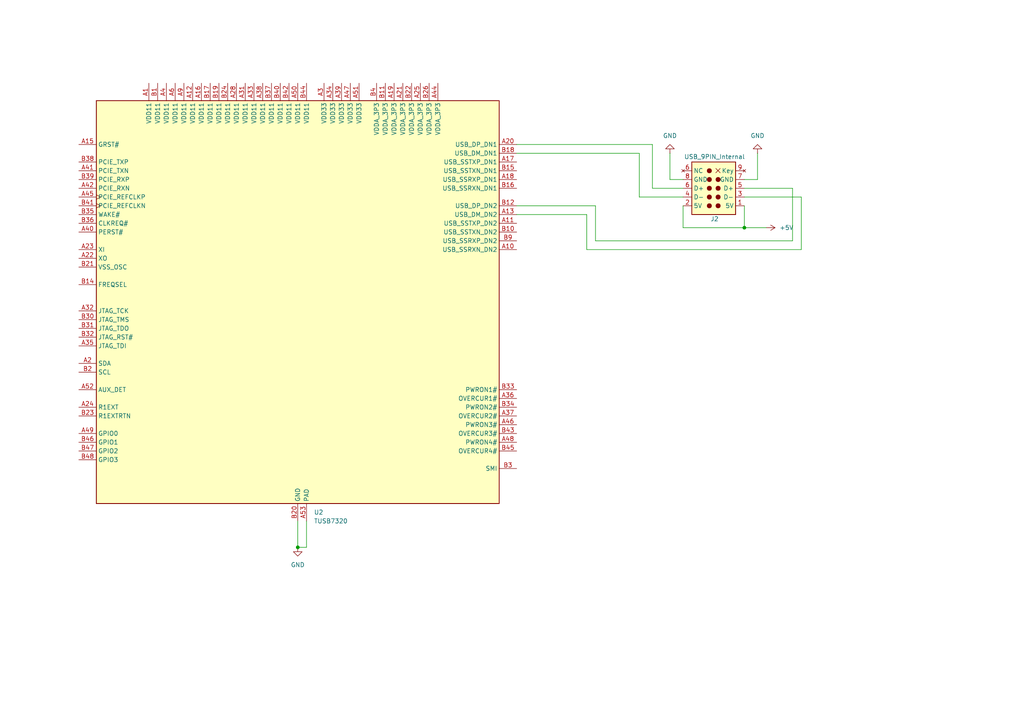
<source format=kicad_sch>
(kicad_sch (version 20250114) (generator "eeschema") (generator_version "9.0")
  (paper "A4")
  (title_block (title "PCI2USB") (date "2025-10-13") (rev "1.0.0") (company "3mdeb Sp. z o.o") (comment 1 "Signals") (comment 2 "Jakub Sobota"))
  (lib_symbols
    (symbol "Connectors:USB_9PIN_Internal" (in_bom no)
      (property "Reference" "J" (at 3.302 9.144 0))
      (property "Value" "USB_9PIN_Internal" (at 3.81 -9.906 0))
      (symbol "USB_9PIN_Internal_0_1"
        (polyline (pts (xy 1.9372 -4.4906) (xy 3.2072 -5.7606)))
        (polyline (pts (xy 1.9372 -5.7606) (xy 3.2072 -4.4906)))
      )
      (symbol "USB_9PIN_Internal_1_1"
        (rectangle (start -2.54 7.62) (end 10.16 -7.62) (stroke (width 0.254)) (fill (type background)))
        (circle (center 2.54 5.08) (radius 0.635) (fill (type outline)))
        (circle (center 2.54 2.54) (radius 0.635) (fill (type outline)))
        (circle (center 2.54 0) (radius 0.635) (fill (type outline)))
        (circle (center 2.54 -2.54) (radius 0.635) (fill (type outline)))
        (circle (center 5.08 5.08) (radius 0.635) (fill (type outline)))
        (circle (center 5.08 2.54) (radius 0.635) (fill (type outline)))
        (circle (center 5.08 0) (radius 0.635) (fill (type outline)))
        (circle (center 5.08 -2.54) (radius 0.635) (fill (type outline)))
        (circle (center 5.08 -5.08) (radius 0.635) (fill (type outline)))
        (pin power_in line (at -5.08 5.08 0) (length 2.54) (name "5V") (number "1"))
        (pin bidirectional line (at -5.08 2.54 0) (length 2.54) (name "D-") (number "3"))
        (pin bidirectional line (at -5.08 0 0) (length 2.54) (name "D+") (number "5"))
        (pin power_in line (at -5.08 -2.54 0) (length 2.54) (name "GND") (number "7"))
        (pin no_connect line (at -5.08 -5.08 0) (length 2.54) (name "Key") (number "9"))
        (pin passive line (at 12.7 5.08 180) (length 2.54) (name "5V") (number "2"))
        (pin bidirectional line (at 12.7 2.54 180) (length 2.54) (name "D-") (number "4"))
        (pin bidirectional line (at 12.7 0 180) (length 2.54) (name "D+") (number "6"))
        (pin power_in line (at 12.7 -2.54 180) (length 2.54) (name "GND") (number "8"))
        (pin no_connect line (at 12.7 -5.08 180) (length 2.54) (name "NC") (number "6"))
      )
    )
    (symbol "TUSB7320:TUSB7320"
      (property "Reference" "U2" (at 14.8433 -60.96 0))
      (property "Value" "TUSB7320" (at 14.8433 -63.5 0))
      (symbol "TUSB7320_0_1"
        (rectangle (start -58.42 58.42) (end 58.42 -58.42) (stroke (width 0.254)) (fill (type background)))
      )
      (symbol "TUSB7320_1_1"
        (pin input line (at -63.5 45.72 0) (length 5.08) (name "GRST#") (number "A15"))
        (pin output line (at -63.5 40.64 0) (length 5.08) (name "PCIE_TXP") (number "B38"))
        (pin output line (at -63.5 38.1 0) (length 5.08) (name "PCIE_TXN") (number "A41"))
        (pin input line (at -63.5 35.56 0) (length 5.08) (name "PCIE_RXP") (number "B39"))
        (pin input line (at -63.5 33.02 0) (length 5.08) (name "PCIE_RXN") (number "A42"))
        (pin input clock (at -63.5 30.48 0) (length 5.08) (name "PCIE_REFCLKP") (number "A45"))
        (pin input clock (at -63.5 27.94 0) (length 5.08) (name "PCIE_REFCLKN") (number "B41"))
        (pin output line (at -63.5 25.4 0) (length 5.08) (name "WAKE#") (number "B35"))
        (pin input line (at -63.5 22.86 0) (length 5.08) (name "CLKREQ#") (number "B36"))
        (pin input line (at -63.5 20.32 0) (length 5.08) (name "PERST#") (number "A40"))
        (pin input line (at -63.5 15.24 0) (length 5.08) (name "XI") (number "A23"))
        (pin output line (at -63.5 12.7 0) (length 5.08) (name "XO") (number "A22"))
        (pin input line (at -63.5 10.16 0) (length 5.08) (name "VSS_OSC") (number "B21"))
        (pin input line (at -63.5 5.08 0) (length 5.08) (name "FREQSEL") (number "B14"))
        (pin input line (at -63.5 -2.54 0) (length 5.08) (name "JTAG_TCK") (number "A32"))
        (pin input line (at -63.5 -5.08 0) (length 5.08) (name "JTAG_TMS") (number "B30"))
        (pin output line (at -63.5 -7.62 0) (length 5.08) (name "JTAG_TDO") (number "B31"))
        (pin input line (at -63.5 -10.16 0) (length 5.08) (name "JTAG_RST#") (number "B32"))
        (pin input line (at -63.5 -12.7 0) (length 5.08) (name "JTAG_TDI") (number "A35"))
        (pin bidirectional line (at -63.5 -17.78 0) (length 5.08) (name "SDA") (number "A2"))
        (pin bidirectional line (at -63.5 -20.32 0) (length 5.08) (name "SCL") (number "B2"))
        (pin input line (at -63.5 -25.4 0) (length 5.08) (name "AUX_DET") (number "A52"))
        (pin bidirectional line (at -63.5 -30.48 0) (length 5.08) (name "R1EXT") (number "A24"))
        (pin bidirectional line (at -63.5 -33.02 0) (length 5.08) (name "R1EXTRTN") (number "B23"))
        (pin bidirectional line (at -63.5 -38.1 0) (length 5.08) (name "GPIO0") (number "A49"))
        (pin bidirectional line (at -63.5 -40.64 0) (length 5.08) (name "GPIO1") (number "B46"))
        (pin bidirectional line (at -63.5 -43.18 0) (length 5.08) (name "GPIO2") (number "B47"))
        (pin bidirectional line (at -63.5 -45.72 0) (length 5.08) (name "GPIO3") (number "B48"))
        (pin power_in line (at -43.18 63.5 270) (length 5.08) (name "VDD11") (number "A1"))
        (pin power_in line (at -40.64 63.5 270) (length 5.08) (name "VDD11") (number "B1"))
        (pin power_in line (at -38.1 63.5 270) (length 5.08) (name "VDD11") (number "A4"))
        (pin power_in line (at -35.56 63.5 270) (length 5.08) (name "VDD11") (number "A6"))
        (pin power_in line (at -33.02 63.5 270) (length 5.08) (name "VDD11") (number "A9"))
        (pin power_in line (at -30.48 63.5 270) (length 5.08) (name "VDD11") (number "A12"))
        (pin power_in line (at -27.94 63.5 270) (length 5.08) (name "VDD11") (number "A16"))
        (pin power_in line (at -25.4 63.5 270) (length 5.08) (name "VDD11") (number "B17"))
        (pin power_in line (at -22.86 63.5 270) (length 5.08) (name "VDD11") (number "B19"))
        (pin no_connect line (at -22.86 -58.42 90) (length 5.08) (hide yes) (name "NC") (number "B8"))
        (pin power_in line (at -20.32 63.5 270) (length 5.08) (name "VDD11") (number "B24"))
        (pin no_connect line (at -20.32 -58.42 90) (length 5.08) (hide yes) (name "NC") (number "B13"))
        (pin power_in line (at -17.78 63.5 270) (length 5.08) (name "VDD11") (number "A28"))
        (pin no_connect line (at -17.78 -58.42 90) (length 5.08) (hide yes) (name "NC") (number "A14"))
        (pin power_in line (at -15.24 63.5 270) (length 5.08) (name "VDD11") (number "A31"))
        (pin no_connect line (at -15.24 -58.42 90) (length 5.08) (hide yes) (name "NC") (number "A26"))
        (pin power_in line (at -12.7 63.5 270) (length 5.08) (name "VDD11") (number "A33"))
        (pin no_connect line (at -12.7 -58.42 90) (length 5.08) (hide yes) (name "NC") (number "B29"))
        (pin power_in line (at -10.16 63.5 270) (length 5.08) (name "VDD11") (number "A38"))
        (pin no_connect line (at -10.16 -58.42 90) (length 5.08) (hide yes) (name "NC") (number "A43"))
        (pin power_in line (at -7.62 63.5 270) (length 5.08) (name "VDD11") (number "B37"))
        (pin power_in line (at -5.08 63.5 270) (length 5.08) (name "VDD11") (number "B40"))
        (pin power_in line (at -2.54 63.5 270) (length 5.08) (name "VDD11") (number "B42"))
        (pin power_in line (at 0 63.5 270) (length 5.08) (name "VDD11") (number "A50"))
        (pin power_in line (at 0 -63.5 90) (length 5.08) (name "GND") (number "B20"))
        (pin power_in line (at 2.54 63.5 270) (length 5.08) (name "VDD11") (number "B44"))
        (pin power_in line (at 2.54 -63.5 90) (length 5.08) (name "PAD") (number "A53"))
        (pin no_connect line (at 5.08 -63.5 90) (length 5.08) (hide yes) (name "NC") (number "C1"))
        (pin power_in line (at 7.62 63.5 270) (length 5.08) (name "VDD33") (number "A3"))
        (pin no_connect line (at 7.62 -63.5 90) (length 5.08) (hide yes) (name "NC") (number "C2"))
        (pin power_in line (at 10.16 63.5 270) (length 5.08) (name "VDD33") (number "A34"))
        (pin no_connect line (at 10.16 -63.5 90) (length 5.08) (hide yes) (name "NC") (number "C3"))
        (pin power_in line (at 12.7 63.5 270) (length 5.08) (name "VDD33") (number "A39"))
        (pin no_connect line (at 12.7 -63.5 90) (length 5.08) (hide yes) (name "NC") (number "C4"))
        (pin power_in line (at 15.24 63.5 270) (length 5.08) (name "VDD33") (number "A47"))
        (pin power_in line (at 17.78 63.5 270) (length 5.08) (name "VDD33") (number "A51"))
        (pin power_in line (at 22.86 63.5 270) (length 5.08) (name "VDDA_3P3") (number "B4"))
        (pin power_in line (at 25.4 63.5 270) (length 5.08) (name "VDDA_3P3") (number "B11"))
        (pin power_in line (at 27.94 63.5 270) (length 5.08) (name "VDDA_3P3") (number "A19"))
        (pin power_in line (at 30.48 63.5 270) (length 5.08) (name "VDDA_3P3") (number "A21"))
        (pin power_in line (at 33.02 63.5 270) (length 5.08) (name "VDDA_3P3") (number "B22"))
        (pin power_in line (at 35.56 63.5 270) (length 5.08) (name "VDDA_3P3") (number "A25"))
        (pin power_in line (at 38.1 63.5 270) (length 5.08) (name "VDDA_3P3") (number "B26"))
        (pin power_in line (at 40.64 63.5 270) (length 5.08) (name "VDDA_3P3") (number "A44"))
        (pin bidirectional line (at 63.5 45.72 180) (length 5.08) (name "USB_DP_DN1") (number "A20"))
        (pin bidirectional line (at 63.5 43.18 180) (length 5.08) (name "USB_DM_DN1") (number "B18"))
        (pin output line (at 63.5 40.64 180) (length 5.08) (name "USB_SSTXP_DN1") (number "A17"))
        (pin output line (at 63.5 38.1 180) (length 5.08) (name "USB_SSTXN_DN1") (number "B15"))
        (pin input line (at 63.5 35.56 180) (length 5.08) (name "USB_SSRXP_DN1") (number "A18"))
        (pin input line (at 63.5 33.02 180) (length 5.08) (name "USB_SSRXN_DN1") (number "B16"))
        (pin bidirectional line (at 63.5 27.94 180) (length 5.08) (name "USB_DP_DN2") (number "B12"))
        (pin bidirectional line (at 63.5 25.4 180) (length 5.08) (name "USB_DM_DN2") (number "A13"))
        (pin output line (at 63.5 22.86 180) (length 5.08) (name "USB_SSTXP_DN2") (number "A11"))
        (pin output line (at 63.5 20.32 180) (length 5.08) (name "USB_SSTXN_DN2") (number "B10"))
        (pin input line (at 63.5 17.78 180) (length 5.08) (name "USB_SSRXP_DN2") (number "B9"))
        (pin input line (at 63.5 15.24 180) (length 5.08) (name "USB_SSRXN_DN2") (number "A10"))
        (pin no_connect line (at 63.5 10.16 180) (length 5.08) (hide yes) (name "NC") (number "B25"))
        (pin no_connect line (at 63.5 7.62 180) (length 5.08) (hide yes) (name "NC") (number "A27"))
        (pin no_connect line (at 63.5 5.08 180) (length 5.08) (hide yes) (name "NC") (number "B28"))
        (pin no_connect line (at 63.5 2.54 180) (length 5.08) (hide yes) (name "NC") (number "A30"))
        (pin no_connect line (at 63.5 0 180) (length 5.08) (hide yes) (name "NC") (number "B27"))
        (pin no_connect line (at 63.5 -2.54 180) (length 5.08) (hide yes) (name "NC") (number "A29"))
        (pin no_connect line (at 63.5 -7.62 180) (length 5.08) (hide yes) (name "NC") (number "B5"))
        (pin no_connect line (at 63.5 -10.16 180) (length 5.08) (hide yes) (name "NC") (number "A5"))
        (pin no_connect line (at 63.5 -12.7 180) (length 5.08) (hide yes) (name "NC") (number "B7"))
        (pin no_connect line (at 63.5 -15.24 180) (length 5.08) (hide yes) (name "USB_SSTXN_DN4") (number "NC"))
        (pin no_connect line (at 63.5 -17.78 180) (length 5.08) (hide yes) (name "NC") (number "B6"))
        (pin no_connect line (at 63.5 -20.32 180) (length 5.08) (hide yes) (name "NC") (number "A7"))
        (pin output line (at 63.5 -25.4 180) (length 5.08) (name "PWRON1#") (number "B33"))
        (pin input line (at 63.5 -27.94 180) (length 5.08) (name "OVERCUR1#") (number "A36"))
        (pin output line (at 63.5 -30.48 180) (length 5.08) (name "PWRON2#") (number "B34"))
        (pin input line (at 63.5 -33.02 180) (length 5.08) (name "OVERCUR2#") (number "A37"))
        (pin output line (at 63.5 -35.56 180) (length 5.08) (name "PWRON3#") (number "A46"))
        (pin input line (at 63.5 -38.1 180) (length 5.08) (name "OVERCUR3#") (number "B43"))
        (pin output line (at 63.5 -40.64 180) (length 5.08) (name "PWRON4#") (number "A48"))
        (pin input line (at 63.5 -43.18 180) (length 5.08) (name "OVERCUR4#") (number "B45"))
        (pin output line (at 63.5 -48.26 180) (length 5.08) (name "SMI") (number "B3"))
      )
    )
    (symbol "power:+5V" (power) (pin_numbers (hide yes)) (pin_names (offset 0) (hide yes))
      (property "Value" "+5V" (at 0 3.556 0))
      (symbol "+5V_0_1"
        (polyline (pts (xy -0.762 1.27) (xy 0 2.54)))
        (polyline (pts (xy 0 2.54) (xy 0.762 1.27)))
        (polyline (pts (xy 0 0) (xy 0 2.54)))
      )
      (symbol "+5V_1_1"
        (pin power_in line (at 0 0 90) (length 0) (name "~") (number "1"))
      )
    )
    (symbol "power:GND" (power) (pin_numbers (hide yes)) (pin_names (offset 0) (hide yes))
      (property "Value" "GND" (at 0 -3.81 0))
      (symbol "GND_0_1"
        (polyline (pts (xy 0 0) (xy 0 -1.27) (xy 1.27 -1.27) (xy 0 -2.54) (xy -1.27 -1.27) (xy 0 -1.27)))
      )
      (symbol "GND_1_1"
        (pin power_in line (at 0 0 270) (length 0) (name "~") (number "1"))
      )
    )
  )
  (junction (at 215.9 66.04))
  (junction (at 86.36 158.75))
  (wire (pts (xy 189.23 41.91) (xy 149.86 41.91)))
  (wire (pts (xy 189.23 54.61) (xy 189.23 41.91)))
  (wire (pts (xy 149.86 44.45) (xy 185.42 44.45)))
  (wire (pts (xy 219.71 52.07) (xy 219.71 44.45)))
  (wire (pts (xy 198.12 66.04) (xy 215.9 66.04)))
  (wire (pts (xy 198.12 59.69) (xy 198.12 66.04)))
  (wire (pts (xy 149.86 62.23) (xy 170.18 62.23)))
  (wire (pts (xy 185.42 57.15) (xy 198.12 57.15)))
  (wire (pts (xy 86.36 151.13) (xy 86.36 158.75)))
  (wire (pts (xy 222.25 66.04) (xy 215.9 66.04)))
  (wire (pts (xy 198.12 54.61) (xy 189.23 54.61)))
  (wire (pts (xy 198.12 52.07) (xy 194.31 52.07)))
  (wire (pts (xy 170.18 62.23) (xy 170.18 72.39)))
  (wire (pts (xy 172.72 69.85) (xy 172.72 59.69)))
  (wire (pts (xy 194.31 52.07) (xy 194.31 44.45)))
  (wire (pts (xy 185.42 44.45) (xy 185.42 57.15)))
  (wire (pts (xy 215.9 66.04) (xy 215.9 59.69)))
  (wire (pts (xy 229.87 54.61) (xy 229.87 69.85)))
  (wire (pts (xy 215.9 54.61) (xy 229.87 54.61)))
  (wire (pts (xy 88.9 151.13) (xy 88.9 158.75)))
  (wire (pts (xy 232.41 57.15) (xy 215.9 57.15)))
  (wire (pts (xy 229.87 69.85) (xy 172.72 69.85)))
  (wire (pts (xy 170.18 72.39) (xy 232.41 72.39)))
  (wire (pts (xy 215.9 52.07) (xy 219.71 52.07)))
  (wire (pts (xy 88.9 158.75) (xy 86.36 158.75)))
  (wire (pts (xy 232.41 72.39) (xy 232.41 57.15)))
  (wire (pts (xy 172.72 59.69) (xy 149.86 59.69)))
  (symbol (lib_id "power:GND") (at 86.36 158.75 0) (unit 1)
    (property "Reference" "#PWR026" (effects (hide yes)))
    (property "Value" "GND" (at 86.36 163.83 0))
    (property "Description" "Power symbol creates a global label with name \"GND\" , ground" (effects (hide yes)))
  )
  (symbol (lib_id "Connectors:USB_9PIN_Internal") (at 210.82 54.61 180) (unit 1) (in_bom no)
    (property "Reference" "J2" (at 207.264 63.5 0))
    (property "Value" "USB_9PIN_Internal" (at 207.264 45.466 0))
    (property "Footprint" "Connectors:USB 9 Pin internal header" (effects (hide yes)))
  )
  (symbol (lib_id "power:GND") (at 219.71 44.45 180) (unit 1)
    (property "Reference" "#PWR021" (effects (hide yes)))
    (property "Value" "GND" (at 219.71 39.37 0))
    (property "Description" "Power symbol creates a global label with name \"GND\" , ground" (effects (hide yes)))
  )
  (symbol (lib_id "TUSB7320:TUSB7320") (at 86.36 87.63 0) (unit 1)
    (property "Reference" "U2" (at 91.0433 148.59 0) (effects (justify left)))
    (property "Value" "TUSB7320" (at 91.0433 151.13 0) (effects (justify left)))
    (property "Footprint" "TUSB7320:Texas_tusb7340" (effects (hide yes)))
    (property "Datasheet" "http://www.ti.com/general/docs/lit/getliterature.tsp?genericPartNumber=tusb7320&fileType=pdf" (effects (hide yes)))
    (property "Description" "USB 3.0 xHCI Host Controller" (effects (hide yes)))
  )
  (symbol (lib_id "power:GND") (at 194.31 44.45 180) (unit 1)
    (property "Reference" "#PWR019" (effects (hide yes)))
    (property "Value" "GND" (at 194.31 39.37 0))
    (property "Description" "Power symbol creates a global label with name \"GND\" , ground" (effects (hide yes)))
  )
  (symbol (lib_id "power:+5V") (at 222.25 66.04 270) (unit 1)
    (property "Reference" "#PWR022" (effects (hide yes)))
    (property "Value" "+5V" (at 226.06 66.0401 90) (effects (justify left)))
    (property "Description" "Power symbol creates a global label with name \"+5V\"" (effects (hide yes)))
  )
)
</source>
